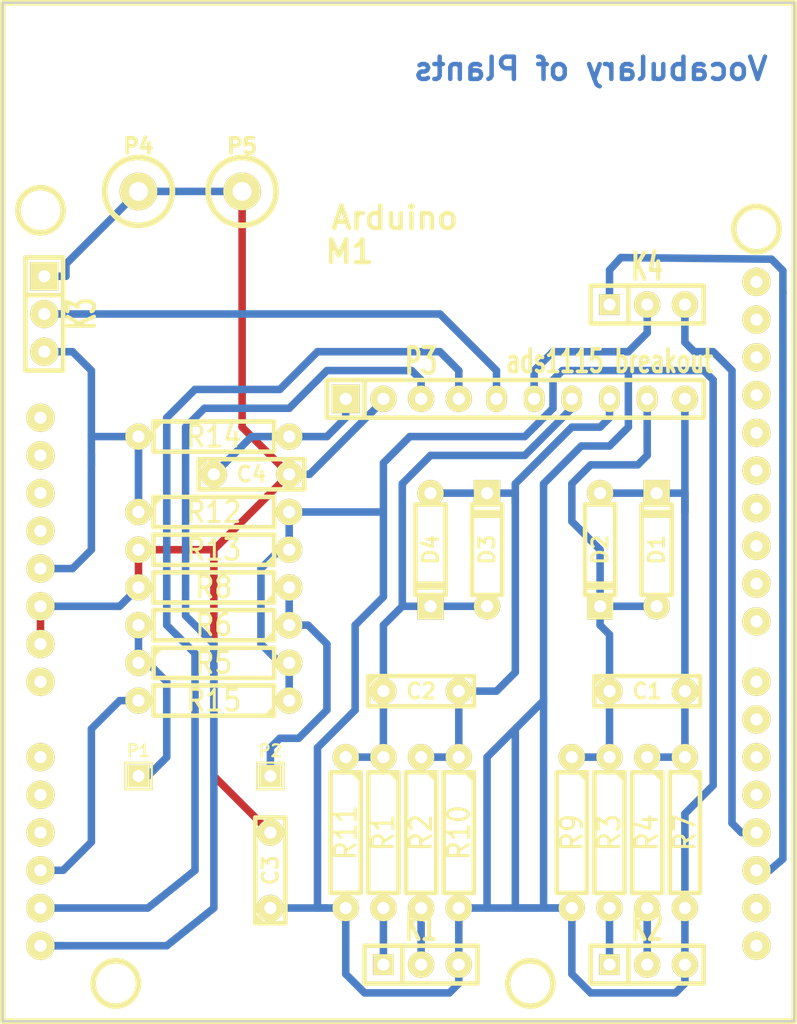
<source format=kicad_pcb>
(kicad_pcb (version 20171130) (host pcbnew "(5.1.12)-1")

  (general
    (thickness 1.6)
    (drawings 5)
    (tracks 222)
    (zones 0)
    (modules 33)
    (nets 22)
  )

  (page A3)
  (layers
    (0 F.Cu signal)
    (31 B.Cu signal)
    (32 B.Adhes user)
    (33 F.Adhes user hide)
    (34 B.Paste user)
    (35 F.Paste user)
    (36 B.SilkS user)
    (37 F.SilkS user)
    (38 B.Mask user)
    (39 F.Mask user)
    (40 Dwgs.User user)
    (41 Cmts.User user)
    (42 Eco1.User user)
    (43 Eco2.User user)
    (44 Edge.Cuts user)
  )

  (setup
    (last_trace_width 0.508)
    (trace_clearance 0.254)
    (zone_clearance 0.508)
    (zone_45_only no)
    (trace_min 0.127)
    (via_size 1.524)
    (via_drill 0.635)
    (via_min_size 0.889)
    (via_min_drill 0.508)
    (uvia_size 0.508)
    (uvia_drill 0.127)
    (uvias_allowed no)
    (uvia_min_size 0.508)
    (uvia_min_drill 0.127)
    (edge_width 0.15)
    (segment_width 0.2)
    (pcb_text_width 0.3)
    (pcb_text_size 1.5 1.5)
    (mod_edge_width 0.15)
    (mod_text_size 1.5 1.5)
    (mod_text_width 0.15)
    (pad_size 1.905 1.905)
    (pad_drill 0.8128)
    (pad_to_mask_clearance 0.2)
    (aux_axis_origin 0 0)
    (visible_elements 7FFFFFFF)
    (pcbplotparams
      (layerselection 0x00030_ffffffff)
      (usegerberextensions false)
      (usegerberattributes true)
      (usegerberadvancedattributes true)
      (creategerberjobfile true)
      (excludeedgelayer true)
      (linewidth 0.150000)
      (plotframeref false)
      (viasonmask false)
      (mode 1)
      (useauxorigin false)
      (hpglpennumber 1)
      (hpglpenspeed 20)
      (hpglpendiameter 15.000000)
      (psnegative false)
      (psa4output false)
      (plotreference true)
      (plotvalue true)
      (plotinvisibletext false)
      (padsonsilk false)
      (subtractmaskfromsilk false)
      (outputformat 1)
      (mirror false)
      (drillshape 0)
      (scaleselection 1)
      (outputdirectory ""))
  )

  (net 0 "")
  (net 1 +5V)
  (net 2 GND)
  (net 3 N-000001)
  (net 4 N-0000010)
  (net 5 N-0000011)
  (net 6 N-0000012)
  (net 7 N-0000013)
  (net 8 N-0000015)
  (net 9 N-0000016)
  (net 10 N-0000017)
  (net 11 N-0000018)
  (net 12 N-000002)
  (net 13 N-000003)
  (net 14 N-0000038)
  (net 15 N-0000039)
  (net 16 N-000004)
  (net 17 N-0000040)
  (net 18 N-000006)
  (net 19 N-000007)
  (net 20 N-000008)
  (net 21 N-000009)

  (net_class Default "This is the default net class."
    (clearance 0.254)
    (trace_width 0.508)
    (via_dia 1.524)
    (via_drill 0.635)
    (uvia_dia 0.508)
    (uvia_drill 0.127)
    (add_net +5V)
    (add_net GND)
    (add_net N-000001)
    (add_net N-0000010)
    (add_net N-0000011)
    (add_net N-0000012)
    (add_net N-0000013)
    (add_net N-0000015)
    (add_net N-0000016)
    (add_net N-0000017)
    (add_net N-0000018)
    (add_net N-000002)
    (add_net N-000003)
    (add_net N-0000038)
    (add_net N-0000039)
    (add_net N-000004)
    (add_net N-0000040)
    (add_net N-000006)
    (add_net N-000007)
    (add_net N-000008)
    (add_net N-000009)
  )

  (net_class narrow ""
    (clearance 0.127)
    (trace_width 0.127)
    (via_dia 1.524)
    (via_drill 0.635)
    (uvia_dia 0.508)
    (uvia_drill 0.127)
  )

  (module C2 (layer F.Cu) (tedit 5473C665) (tstamp 5473B66C)
    (at 240.03 145.415)
    (descr "Condensateur = 2 pas")
    (tags C)
    (path /546898CA)
    (fp_text reference C1 (at 0 0) (layer F.SilkS)
      (effects (font (size 1.016 1.016) (thickness 0.2032)))
    )
    (fp_text value 100n (at 0 0) (layer F.SilkS) hide
      (effects (font (size 1.016 1.016) (thickness 0.2032)))
    )
    (fp_line (start -3.556 -0.508) (end -3.048 -1.016) (layer F.SilkS) (width 0.3048))
    (fp_line (start -3.556 1.016) (end -3.556 -1.016) (layer F.SilkS) (width 0.3048))
    (fp_line (start 3.556 1.016) (end -3.556 1.016) (layer F.SilkS) (width 0.3048))
    (fp_line (start 3.556 -1.016) (end 3.556 1.016) (layer F.SilkS) (width 0.3048))
    (fp_line (start -3.556 -1.016) (end 3.556 -1.016) (layer F.SilkS) (width 0.3048))
    (pad 1 thru_hole circle (at -2.54 0) (size 1.778 1.778) (drill 0.8128) (layers *.Cu *.Mask F.SilkS)
      (net 15 N-0000039))
    (pad 2 thru_hole circle (at 2.54 0) (size 1.778 1.778) (drill 0.8128) (layers *.Cu *.Mask F.SilkS)
      (net 17 N-0000040))
    (model discret/capa_2pas_5x5mm.wrl
      (at (xyz 0 0 0))
      (scale (xyz 1 1 1))
      (rotate (xyz 0 0 0))
    )
  )

  (module C2 (layer F.Cu) (tedit 200000) (tstamp 546C1DF8)
    (at 214.63 157.48 90)
    (descr "Condensateur = 2 pas")
    (tags C)
    (path /5468DB84)
    (fp_text reference C3 (at 0 0 90) (layer F.SilkS)
      (effects (font (size 1.016 1.016) (thickness 0.2032)))
    )
    (fp_text value 10u (at 0 0 90) (layer F.SilkS) hide
      (effects (font (size 1.016 1.016) (thickness 0.2032)))
    )
    (fp_line (start -3.556 -0.508) (end -3.048 -1.016) (layer F.SilkS) (width 0.3048))
    (fp_line (start -3.556 1.016) (end -3.556 -1.016) (layer F.SilkS) (width 0.3048))
    (fp_line (start 3.556 1.016) (end -3.556 1.016) (layer F.SilkS) (width 0.3048))
    (fp_line (start 3.556 -1.016) (end 3.556 1.016) (layer F.SilkS) (width 0.3048))
    (fp_line (start -3.556 -1.016) (end 3.556 -1.016) (layer F.SilkS) (width 0.3048))
    (pad 1 thru_hole circle (at -2.54 0 90) (size 1.778 1.778) (drill 0.8128) (layers *.Cu *.Mask F.SilkS)
      (net 14 N-0000038))
    (pad 2 thru_hole circle (at 2.54 0 90) (size 1.778 1.778) (drill 0.8128) (layers *.Cu *.Mask F.SilkS)
      (net 2 GND))
    (model discret/capa_2pas_5x5mm.wrl
      (at (xyz 0 0 0))
      (scale (xyz 1 1 1))
      (rotate (xyz 0 0 0))
    )
  )

  (module C2 (layer F.Cu) (tedit 200000) (tstamp 546CE261)
    (at 224.79 145.415)
    (descr "Condensateur = 2 pas")
    (tags C)
    (path /546897C2)
    (fp_text reference C2 (at 0 0) (layer F.SilkS)
      (effects (font (size 1.016 1.016) (thickness 0.2032)))
    )
    (fp_text value 100n (at 0 0) (layer F.SilkS) hide
      (effects (font (size 1.016 1.016) (thickness 0.2032)))
    )
    (fp_line (start -3.556 -0.508) (end -3.048 -1.016) (layer F.SilkS) (width 0.3048))
    (fp_line (start -3.556 1.016) (end -3.556 -1.016) (layer F.SilkS) (width 0.3048))
    (fp_line (start 3.556 1.016) (end -3.556 1.016) (layer F.SilkS) (width 0.3048))
    (fp_line (start 3.556 -1.016) (end 3.556 1.016) (layer F.SilkS) (width 0.3048))
    (fp_line (start -3.556 -1.016) (end 3.556 -1.016) (layer F.SilkS) (width 0.3048))
    (pad 1 thru_hole circle (at -2.54 0) (size 1.778 1.778) (drill 0.8128) (layers *.Cu *.Mask F.SilkS)
      (net 3 N-000001))
    (pad 2 thru_hole circle (at 2.54 0) (size 1.778 1.778) (drill 0.8128) (layers *.Cu *.Mask F.SilkS)
      (net 7 N-0000013))
    (model discret/capa_2pas_5x5mm.wrl
      (at (xyz 0 0 0))
      (scale (xyz 1 1 1))
      (rotate (xyz 0 0 0))
    )
  )

  (module SIL-1 (layer F.Cu) (tedit 51C2D55B) (tstamp 546C1CDE)
    (at 205.74 151.13)
    (descr "Connecteurs 1 pin")
    (tags "CONN DEV")
    (path /546CE8D5)
    (fp_text reference P1 (at 0 -1.7) (layer F.SilkS)
      (effects (font (size 0.8 0.8) (thickness 0.15)))
    )
    (fp_text value CONN_1 (at 0.1 -1.7) (layer F.SilkS) hide
      (effects (font (size 0.8 0.8) (thickness 0.15)))
    )
    (fp_line (start -0.9 0.9) (end -0.9 -0.9) (layer F.SilkS) (width 0.15))
    (fp_line (start 0.9 0.9) (end -0.9 0.9) (layer F.SilkS) (width 0.15))
    (fp_line (start 0.9 -0.9) (end 0.9 0.9) (layer F.SilkS) (width 0.15))
    (fp_line (start -0.9 -0.9) (end 0.9 -0.9) (layer F.SilkS) (width 0.15))
    (pad 1 thru_hole rect (at 0 0) (size 1.5 1.5) (drill 0.8) (layers *.Cu *.Mask F.SilkS)
      (net 21 N-000009))
  )

  (module SIL-1 (layer F.Cu) (tedit 51C2D55B) (tstamp 546C1D92)
    (at 214.63 151.13)
    (descr "Connecteurs 1 pin")
    (tags "CONN DEV")
    (path /546CE8E4)
    (fp_text reference P2 (at 0 -1.7) (layer F.SilkS)
      (effects (font (size 0.8 0.8) (thickness 0.15)))
    )
    (fp_text value CONN_1 (at 0.1 -1.7) (layer F.SilkS) hide
      (effects (font (size 0.8 0.8) (thickness 0.15)))
    )
    (fp_line (start -0.9 0.9) (end -0.9 -0.9) (layer F.SilkS) (width 0.15))
    (fp_line (start 0.9 0.9) (end -0.9 0.9) (layer F.SilkS) (width 0.15))
    (fp_line (start 0.9 -0.9) (end 0.9 0.9) (layer F.SilkS) (width 0.15))
    (fp_line (start -0.9 -0.9) (end 0.9 -0.9) (layer F.SilkS) (width 0.15))
    (pad 1 thru_hole rect (at 0 0) (size 1.5 1.5) (drill 0.8) (layers *.Cu *.Mask F.SilkS)
      (net 20 N-000008))
  )

  (module SIL-3 (layer F.Cu) (tedit 200000) (tstamp 546C1D9E)
    (at 224.79 163.83)
    (descr "Connecteur 3 pins")
    (tags "CONN DEV")
    (path /54688D3D)
    (fp_text reference K1 (at 0 -2.54) (layer F.SilkS)
      (effects (font (size 1.7907 1.07696) (thickness 0.3048)))
    )
    (fp_text value CONN_3 (at 0 -2.54) (layer F.SilkS) hide
      (effects (font (size 1.524 1.016) (thickness 0.3048)))
    )
    (fp_line (start -1.27 -1.27) (end -1.27 1.27) (layer F.SilkS) (width 0.3048))
    (fp_line (start 3.81 1.27) (end -3.81 1.27) (layer F.SilkS) (width 0.3048))
    (fp_line (start 3.81 -1.27) (end 3.81 1.27) (layer F.SilkS) (width 0.3048))
    (fp_line (start -3.81 -1.27) (end 3.81 -1.27) (layer F.SilkS) (width 0.3048))
    (fp_line (start -3.81 1.27) (end -3.81 -1.27) (layer F.SilkS) (width 0.3048))
    (pad 1 thru_hole rect (at -2.54 0) (size 1.397 1.397) (drill 0.8128) (layers *.Cu *.Mask F.SilkS)
      (net 8 N-0000015))
    (pad 2 thru_hole circle (at 0 0) (size 1.778 1.778) (drill 0.8128) (layers *.Cu *.Mask F.SilkS)
      (net 9 N-0000016))
    (pad 3 thru_hole circle (at 2.54 0) (size 1.778 1.778) (drill 0.8128) (layers *.Cu *.Mask F.SilkS)
      (net 14 N-0000038))
  )

  (module SIL-3 (layer F.Cu) (tedit 5473C6B7) (tstamp 546CE1AE)
    (at 240.03 163.83)
    (descr "Connecteur 3 pins")
    (tags "CONN DEV")
    (path /54688F40)
    (fp_text reference K2 (at 0 -2.54) (layer F.SilkS)
      (effects (font (size 1.7907 1.07696) (thickness 0.3048)))
    )
    (fp_text value CONN_3 (at 0 -2.54) (layer F.SilkS) hide
      (effects (font (size 1.524 1.016) (thickness 0.3048)))
    )
    (fp_line (start -1.27 -1.27) (end -1.27 1.27) (layer F.SilkS) (width 0.3048))
    (fp_line (start 3.81 1.27) (end -3.81 1.27) (layer F.SilkS) (width 0.3048))
    (fp_line (start 3.81 -1.27) (end 3.81 1.27) (layer F.SilkS) (width 0.3048))
    (fp_line (start -3.81 -1.27) (end 3.81 -1.27) (layer F.SilkS) (width 0.3048))
    (fp_line (start -3.81 1.27) (end -3.81 -1.27) (layer F.SilkS) (width 0.3048))
    (pad 1 thru_hole rect (at -2.54 0) (size 1.397 1.397) (drill 0.8128) (layers *.Cu *.Mask F.SilkS)
      (net 10 N-0000017))
    (pad 2 thru_hole circle (at 0 0) (size 1.778 1.778) (drill 0.8128) (layers *.Cu *.Mask F.SilkS)
      (net 11 N-0000018))
    (pad 3 thru_hole circle (at 2.54 0) (size 1.778 1.778) (drill 0.8128) (layers *.Cu *.Mask F.SilkS)
      (net 14 N-0000038))
  )

  (module D3 (layer F.Cu) (tedit 200000) (tstamp 546C1DB8)
    (at 236.855 135.89 270)
    (descr "Diode 3 pas")
    (tags "DIODE DEV")
    (path /5468B92C)
    (fp_text reference D2 (at 0 0 270) (layer F.SilkS)
      (effects (font (size 1.016 1.016) (thickness 0.2032)))
    )
    (fp_text value 1n914 (at 0 0 270) (layer F.SilkS) hide
      (effects (font (size 1.016 1.016) (thickness 0.2032)))
    )
    (fp_line (start 2.286 1.016) (end 2.286 -1.016) (layer F.SilkS) (width 0.3048))
    (fp_line (start 2.54 -1.016) (end 2.54 1.016) (layer F.SilkS) (width 0.3048))
    (fp_line (start 3.048 1.016) (end 3.048 0) (layer F.SilkS) (width 0.3048))
    (fp_line (start -3.048 1.016) (end 3.048 1.016) (layer F.SilkS) (width 0.3048))
    (fp_line (start -3.048 0) (end -3.048 1.016) (layer F.SilkS) (width 0.3048))
    (fp_line (start -3.048 0) (end -3.81 0) (layer F.SilkS) (width 0.3048))
    (fp_line (start -3.048 -1.016) (end -3.048 0) (layer F.SilkS) (width 0.3048))
    (fp_line (start 3.048 -1.016) (end -3.048 -1.016) (layer F.SilkS) (width 0.3048))
    (fp_line (start 3.048 0) (end 3.048 -1.016) (layer F.SilkS) (width 0.3048))
    (fp_line (start 3.81 0) (end 3.048 0) (layer F.SilkS) (width 0.3048))
    (pad 2 thru_hole rect (at 3.81 0 270) (size 1.778 1.778) (drill 0.8128) (layers *.Cu *.Mask F.SilkS)
      (net 15 N-0000039))
    (pad 1 thru_hole circle (at -3.81 0 270) (size 1.778 1.778) (drill 0.8128) (layers *.Cu *.Mask F.SilkS)
      (net 17 N-0000040))
    (model discret/diode.wrl
      (at (xyz 0 0 0))
      (scale (xyz 0.3 0.3 0.3))
      (rotate (xyz 0 0 0))
    )
  )

  (module D3 (layer F.Cu) (tedit 200000) (tstamp 546C1DC6)
    (at 240.665 135.89 90)
    (descr "Diode 3 pas")
    (tags "DIODE DEV")
    (path /5468B880)
    (fp_text reference D1 (at 0 0 90) (layer F.SilkS)
      (effects (font (size 1.016 1.016) (thickness 0.2032)))
    )
    (fp_text value 1n914 (at 0 0 90) (layer F.SilkS) hide
      (effects (font (size 1.016 1.016) (thickness 0.2032)))
    )
    (fp_line (start 2.286 1.016) (end 2.286 -1.016) (layer F.SilkS) (width 0.3048))
    (fp_line (start 2.54 -1.016) (end 2.54 1.016) (layer F.SilkS) (width 0.3048))
    (fp_line (start 3.048 1.016) (end 3.048 0) (layer F.SilkS) (width 0.3048))
    (fp_line (start -3.048 1.016) (end 3.048 1.016) (layer F.SilkS) (width 0.3048))
    (fp_line (start -3.048 0) (end -3.048 1.016) (layer F.SilkS) (width 0.3048))
    (fp_line (start -3.048 0) (end -3.81 0) (layer F.SilkS) (width 0.3048))
    (fp_line (start -3.048 -1.016) (end -3.048 0) (layer F.SilkS) (width 0.3048))
    (fp_line (start 3.048 -1.016) (end -3.048 -1.016) (layer F.SilkS) (width 0.3048))
    (fp_line (start 3.048 0) (end 3.048 -1.016) (layer F.SilkS) (width 0.3048))
    (fp_line (start 3.81 0) (end 3.048 0) (layer F.SilkS) (width 0.3048))
    (pad 2 thru_hole rect (at 3.81 0 90) (size 1.778 1.778) (drill 0.8128) (layers *.Cu *.Mask F.SilkS)
      (net 17 N-0000040))
    (pad 1 thru_hole circle (at -3.81 0 90) (size 1.778 1.778) (drill 0.8128) (layers *.Cu *.Mask F.SilkS)
      (net 15 N-0000039))
    (model discret/diode.wrl
      (at (xyz 0 0 0))
      (scale (xyz 0.3 0.3 0.3))
      (rotate (xyz 0 0 0))
    )
  )

  (module D3 (layer F.Cu) (tedit 547E68B9) (tstamp 546CE191)
    (at 225.425 135.89 270)
    (descr "Diode 3 pas")
    (tags "DIODE DEV")
    (path /5468BFA5)
    (fp_text reference D4 (at 0 0 270) (layer F.SilkS)
      (effects (font (size 1.016 1.016) (thickness 0.2032)))
    )
    (fp_text value 1n914 (at 0 0 270) (layer F.SilkS) hide
      (effects (font (size 1.016 1.016) (thickness 0.2032)))
    )
    (fp_line (start 2.286 1.016) (end 2.286 -1.016) (layer F.SilkS) (width 0.3048))
    (fp_line (start 2.54 -1.016) (end 2.54 1.016) (layer F.SilkS) (width 0.3048))
    (fp_line (start 3.048 1.016) (end 3.048 0) (layer F.SilkS) (width 0.3048))
    (fp_line (start -3.048 1.016) (end 3.048 1.016) (layer F.SilkS) (width 0.3048))
    (fp_line (start -3.048 0) (end -3.048 1.016) (layer F.SilkS) (width 0.3048))
    (fp_line (start -3.048 0) (end -3.81 0) (layer F.SilkS) (width 0.3048))
    (fp_line (start -3.048 -1.016) (end -3.048 0) (layer F.SilkS) (width 0.3048))
    (fp_line (start 3.048 -1.016) (end -3.048 -1.016) (layer F.SilkS) (width 0.3048))
    (fp_line (start 3.048 0) (end 3.048 -1.016) (layer F.SilkS) (width 0.3048))
    (fp_line (start 3.81 0) (end 3.048 0) (layer F.SilkS) (width 0.3048))
    (pad 2 thru_hole rect (at 3.81 0 270) (size 1.778 1.778) (drill 0.8128) (layers *.Cu *.Mask F.SilkS)
      (net 3 N-000001))
    (pad 1 thru_hole circle (at -3.81 0 270) (size 1.778 1.778) (drill 0.8128) (layers *.Cu *.Mask F.SilkS)
      (net 7 N-0000013))
    (model discret/diode.wrl
      (at (xyz 0 0 0))
      (scale (xyz 0.3 0.3 0.3))
      (rotate (xyz 0 0 0))
    )
  )

  (module D3 (layer F.Cu) (tedit 200000) (tstamp 546C1DE2)
    (at 229.235 135.89 90)
    (descr "Diode 3 pas")
    (tags "DIODE DEV")
    (path /5468BF9F)
    (fp_text reference D3 (at 0 0 90) (layer F.SilkS)
      (effects (font (size 1.016 1.016) (thickness 0.2032)))
    )
    (fp_text value 1n914 (at 0 0 90) (layer F.SilkS) hide
      (effects (font (size 1.016 1.016) (thickness 0.2032)))
    )
    (fp_line (start 2.286 1.016) (end 2.286 -1.016) (layer F.SilkS) (width 0.3048))
    (fp_line (start 2.54 -1.016) (end 2.54 1.016) (layer F.SilkS) (width 0.3048))
    (fp_line (start 3.048 1.016) (end 3.048 0) (layer F.SilkS) (width 0.3048))
    (fp_line (start -3.048 1.016) (end 3.048 1.016) (layer F.SilkS) (width 0.3048))
    (fp_line (start -3.048 0) (end -3.048 1.016) (layer F.SilkS) (width 0.3048))
    (fp_line (start -3.048 0) (end -3.81 0) (layer F.SilkS) (width 0.3048))
    (fp_line (start -3.048 -1.016) (end -3.048 0) (layer F.SilkS) (width 0.3048))
    (fp_line (start 3.048 -1.016) (end -3.048 -1.016) (layer F.SilkS) (width 0.3048))
    (fp_line (start 3.048 0) (end 3.048 -1.016) (layer F.SilkS) (width 0.3048))
    (fp_line (start 3.81 0) (end 3.048 0) (layer F.SilkS) (width 0.3048))
    (pad 2 thru_hole rect (at 3.81 0 90) (size 1.778 1.778) (drill 0.8128) (layers *.Cu *.Mask F.SilkS)
      (net 7 N-0000013))
    (pad 1 thru_hole circle (at -3.81 0 90) (size 1.778 1.778) (drill 0.8128) (layers *.Cu *.Mask F.SilkS)
      (net 3 N-000001))
    (model discret/diode.wrl
      (at (xyz 0 0 0))
      (scale (xyz 0.3 0.3 0.3))
      (rotate (xyz 0 0 0))
    )
  )

  (module SIL-10 (layer F.Cu) (tedit 547F4B25) (tstamp 5473C84C)
    (at 231.14 125.73)
    (descr "Connecteur 10 pins")
    (tags "CONN DEV")
    (path /546884CE)
    (fp_text reference P3 (at -6.35 -2.54) (layer F.SilkS)
      (effects (font (size 1.72974 1.08712) (thickness 0.3048)))
    )
    (fp_text value "ads1115 breakout" (at 6.35 -2.54) (layer F.SilkS)
      (effects (font (size 1.524 1.016) (thickness 0.3048)))
    )
    (fp_line (start -10.16 1.27) (end -10.16 -1.27) (layer F.SilkS) (width 0.3048))
    (fp_line (start 12.7 1.27) (end -12.7 1.27) (layer F.SilkS) (width 0.3048))
    (fp_line (start 12.7 -1.27) (end 12.7 1.27) (layer F.SilkS) (width 0.3048))
    (fp_line (start -12.7 -1.27) (end 12.7 -1.27) (layer F.SilkS) (width 0.3048))
    (fp_line (start -12.7 1.27) (end -12.7 -1.27) (layer F.SilkS) (width 0.3048))
    (pad 1 thru_hole rect (at -11.43 0) (size 1.905 1.905) (drill 0.8128) (layers *.Cu *.Mask F.SilkS)
      (net 16 N-000004))
    (pad 2 thru_hole circle (at -8.89 0) (size 1.778 1.778) (drill 0.8128) (layers *.Cu *.Mask F.SilkS)
      (net 2 GND))
    (pad 3 thru_hole circle (at -6.35 0) (size 1.778 1.778) (drill 0.8128) (layers *.Cu *.Mask F.SilkS)
      (net 12 N-000002))
    (pad 4 thru_hole circle (at -3.81 0) (size 1.778 1.778) (drill 0.8128) (layers *.Cu *.Mask F.SilkS)
      (net 13 N-000003))
    (pad 5 thru_hole oval (at -1.27 0) (size 1.397 1.778) (drill 0.8128) (layers *.Cu *.Mask F.SilkS)
      (net 6 N-0000012))
    (pad 6 thru_hole oval (at 1.27 0) (size 1.397 1.778) (drill 0.8128) (layers *.Cu *.Mask F.SilkS)
      (net 19 N-000007))
    (pad 7 thru_hole oval (at 3.81 0) (size 1.397 1.778) (drill 0.8128) (layers *.Cu *.Mask F.SilkS)
      (net 3 N-000001))
    (pad 8 thru_hole oval (at 6.35 0) (size 1.397 1.778) (drill 0.8128) (layers *.Cu *.Mask F.SilkS)
      (net 7 N-0000013))
    (pad 9 thru_hole oval (at 8.89 0) (size 1.397 1.778) (drill 0.8128) (layers *.Cu *.Mask F.SilkS)
      (net 15 N-0000039))
    (pad 10 thru_hole circle (at 11.43 0) (size 1.778 1.778) (drill 0.8128) (layers *.Cu *.Mask F.SilkS)
      (net 17 N-0000040))
  )

  (module SIL-3 (layer F.Cu) (tedit 200000) (tstamp 5473ABE7)
    (at 240.03 119.38)
    (descr "Connecteur 3 pins")
    (tags "CONN DEV")
    (path /5473A815)
    (fp_text reference K4 (at 0 -2.54) (layer F.SilkS)
      (effects (font (size 1.7907 1.07696) (thickness 0.3048)))
    )
    (fp_text value CONN_3 (at 0 -2.54) (layer F.SilkS) hide
      (effects (font (size 1.524 1.016) (thickness 0.3048)))
    )
    (fp_line (start -1.27 -1.27) (end -1.27 1.27) (layer F.SilkS) (width 0.3048))
    (fp_line (start 3.81 1.27) (end -3.81 1.27) (layer F.SilkS) (width 0.3048))
    (fp_line (start 3.81 -1.27) (end 3.81 1.27) (layer F.SilkS) (width 0.3048))
    (fp_line (start -3.81 -1.27) (end 3.81 -1.27) (layer F.SilkS) (width 0.3048))
    (fp_line (start -3.81 1.27) (end -3.81 -1.27) (layer F.SilkS) (width 0.3048))
    (pad 1 thru_hole rect (at -2.54 0) (size 1.397 1.397) (drill 0.8128) (layers *.Cu *.Mask F.SilkS)
      (net 4 N-0000010))
    (pad 2 thru_hole circle (at 0 0) (size 1.778 1.778) (drill 0.8128) (layers *.Cu *.Mask F.SilkS)
      (net 19 N-000007))
    (pad 3 thru_hole circle (at 2.54 0) (size 1.778 1.778) (drill 0.8128) (layers *.Cu *.Mask F.SilkS)
      (net 5 N-0000011))
  )

  (module SIL-3 (layer F.Cu) (tedit 547F4AA1) (tstamp 5473ABF3)
    (at 199.39 120.015 270)
    (descr "Connecteur 3 pins")
    (tags "CONN DEV")
    (path /5473A93A)
    (fp_text reference K3 (at 0 -2.54 270) (layer F.SilkS)
      (effects (font (size 1.7907 1.07696) (thickness 0.3048)))
    )
    (fp_text value CONN_3 (at 0 -2.54 270) (layer F.SilkS) hide
      (effects (font (size 1.524 1.016) (thickness 0.3048)))
    )
    (fp_line (start -1.27 -1.27) (end -1.27 1.27) (layer F.SilkS) (width 0.3048))
    (fp_line (start 3.81 1.27) (end -3.81 1.27) (layer F.SilkS) (width 0.3048))
    (fp_line (start 3.81 -1.27) (end 3.81 1.27) (layer F.SilkS) (width 0.3048))
    (fp_line (start -3.81 -1.27) (end 3.81 -1.27) (layer F.SilkS) (width 0.3048))
    (fp_line (start -3.81 1.27) (end -3.81 -1.27) (layer F.SilkS) (width 0.3048))
    (pad 1 thru_hole rect (at -2.54 0 270) (size 1.905 1.905) (drill 0.8128) (layers *.Cu *.Mask F.SilkS)
      (net 2 GND))
    (pad 2 thru_hole circle (at 0 0 270) (size 1.905 1.905) (drill 0.8128) (layers *.Cu *.Mask F.SilkS)
      (net 6 N-0000012))
    (pad 3 thru_hole circle (at 2.54 0 270) (size 1.905 1.905) (drill 0.8128) (layers *.Cu *.Mask F.SilkS)
      (net 1 +5V))
  )

  (module C2 (layer F.Cu) (tedit 200000) (tstamp 547412FA)
    (at 213.36 130.81)
    (descr "Condensateur = 2 pas")
    (tags C)
    (path /5473BF7B)
    (fp_text reference C4 (at 0 0) (layer F.SilkS)
      (effects (font (size 1.016 1.016) (thickness 0.2032)))
    )
    (fp_text value 10u (at 0 0) (layer F.SilkS) hide
      (effects (font (size 1.016 1.016) (thickness 0.2032)))
    )
    (fp_line (start -3.556 -0.508) (end -3.048 -1.016) (layer F.SilkS) (width 0.3048))
    (fp_line (start -3.556 1.016) (end -3.556 -1.016) (layer F.SilkS) (width 0.3048))
    (fp_line (start 3.556 1.016) (end -3.556 1.016) (layer F.SilkS) (width 0.3048))
    (fp_line (start 3.556 -1.016) (end 3.556 1.016) (layer F.SilkS) (width 0.3048))
    (fp_line (start -3.556 -1.016) (end 3.556 -1.016) (layer F.SilkS) (width 0.3048))
    (pad 1 thru_hole circle (at -2.54 0) (size 1.778 1.778) (drill 0.8128) (layers *.Cu *.Mask F.SilkS)
      (net 16 N-000004))
    (pad 2 thru_hole circle (at 2.54 0) (size 1.778 1.778) (drill 0.8128) (layers *.Cu *.Mask F.SilkS)
      (net 2 GND))
    (model discret/capa_2pas_5x5mm.wrl
      (at (xyz 0 0 0))
      (scale (xyz 1 1 1))
      (rotate (xyz 0 0 0))
    )
  )

  (module 1pin (layer F.Cu) (tedit 547F4AB8) (tstamp 547E5DDE)
    (at 205.74 111.76)
    (descr "module 1 pin (ou trou mecanique de percage)")
    (tags DEV)
    (path /547E5CA9)
    (fp_text reference P4 (at 0 -3.048) (layer F.SilkS)
      (effects (font (size 1.016 1.016) (thickness 0.254)))
    )
    (fp_text value CONN_1 (at 0 2.794) (layer F.SilkS) hide
      (effects (font (size 1.016 1.016) (thickness 0.254)))
    )
    (fp_circle (center 0 0) (end 0 -2.286) (layer F.SilkS) (width 0.381))
    (pad 1 thru_hole circle (at 0 0) (size 2.54 2.54) (drill 1.27) (layers *.Cu *.Mask F.SilkS)
      (net 2 GND))
  )

  (module 1pin (layer F.Cu) (tedit 547F4ACB) (tstamp 547E5DE4)
    (at 212.725 111.76)
    (descr "module 1 pin (ou trou mecanique de percage)")
    (tags DEV)
    (path /547E5CB8)
    (fp_text reference P5 (at 0 -3.048) (layer F.SilkS)
      (effects (font (size 1.016 1.016) (thickness 0.254)))
    )
    (fp_text value CONN_1 (at 0 2.794) (layer F.SilkS) hide
      (effects (font (size 1.016 1.016) (thickness 0.254)))
    )
    (fp_circle (center 0 0) (end 0 -2.286) (layer F.SilkS) (width 0.381))
    (pad 1 thru_hole circle (at 0 0) (size 2.54 2.54) (drill 1.27) (layers *.Cu *.Mask F.SilkS)
      (net 2 GND))
  )

  (module R4-LARGE_PADS (layer F.Cu) (tedit 47E2673E) (tstamp 547E5F9D)
    (at 210.82 146.05 180)
    (descr "Resitance 4 pas")
    (tags R)
    (path /547E6136)
    (autoplace_cost180 10)
    (fp_text reference R15 (at 0 0 180) (layer F.SilkS)
      (effects (font (size 1.397 1.27) (thickness 0.2032)))
    )
    (fp_text value 10k (at 0 0 180) (layer F.SilkS) hide
      (effects (font (size 1.397 1.27) (thickness 0.2032)))
    )
    (fp_line (start 5.08 0) (end 4.064 0) (layer F.SilkS) (width 0.3048))
    (fp_line (start -4.064 -0.508) (end -3.556 -1.016) (layer F.SilkS) (width 0.3048))
    (fp_line (start -4.064 1.016) (end -4.064 0) (layer F.SilkS) (width 0.3048))
    (fp_line (start 4.064 1.016) (end -4.064 1.016) (layer F.SilkS) (width 0.3048))
    (fp_line (start 4.064 -1.016) (end 4.064 1.016) (layer F.SilkS) (width 0.3048))
    (fp_line (start -4.064 -1.016) (end 4.064 -1.016) (layer F.SilkS) (width 0.3048))
    (fp_line (start -4.064 0) (end -4.064 -1.016) (layer F.SilkS) (width 0.3048))
    (fp_line (start -5.08 0) (end -4.064 0) (layer F.SilkS) (width 0.3048))
    (pad 1 thru_hole circle (at -5.08 0 180) (size 1.778 1.778) (drill 0.8128) (layers *.Cu *.Mask F.SilkS)
      (net 14 N-0000038))
    (pad 2 thru_hole circle (at 5.08 0 180) (size 1.778 1.778) (drill 0.8128) (layers *.Cu *.Mask F.SilkS)
      (net 18 N-000006))
    (model discret/resistor.wrl
      (at (xyz 0 0 0))
      (scale (xyz 0.4 0.4 0.4))
      (rotate (xyz 0 0 0))
    )
  )

  (module R4-LARGE_PADS (layer F.Cu) (tedit 47E2673E) (tstamp 546C1CEC)
    (at 210.82 140.97 180)
    (descr "Resitance 4 pas")
    (tags R)
    (path /546A48D8)
    (autoplace_cost180 10)
    (fp_text reference R6 (at 0 0 180) (layer F.SilkS)
      (effects (font (size 1.397 1.27) (thickness 0.2032)))
    )
    (fp_text value 100k (at 0 0 180) (layer F.SilkS) hide
      (effects (font (size 1.397 1.27) (thickness 0.2032)))
    )
    (fp_line (start 5.08 0) (end 4.064 0) (layer F.SilkS) (width 0.3048))
    (fp_line (start -4.064 -0.508) (end -3.556 -1.016) (layer F.SilkS) (width 0.3048))
    (fp_line (start -4.064 1.016) (end -4.064 0) (layer F.SilkS) (width 0.3048))
    (fp_line (start 4.064 1.016) (end -4.064 1.016) (layer F.SilkS) (width 0.3048))
    (fp_line (start 4.064 -1.016) (end 4.064 1.016) (layer F.SilkS) (width 0.3048))
    (fp_line (start -4.064 -1.016) (end 4.064 -1.016) (layer F.SilkS) (width 0.3048))
    (fp_line (start -4.064 0) (end -4.064 -1.016) (layer F.SilkS) (width 0.3048))
    (fp_line (start -5.08 0) (end -4.064 0) (layer F.SilkS) (width 0.3048))
    (pad 1 thru_hole circle (at -5.08 0 180) (size 1.778 1.778) (drill 0.8128) (layers *.Cu *.Mask F.SilkS)
      (net 20 N-000008))
    (pad 2 thru_hole circle (at 5.08 0 180) (size 1.778 1.778) (drill 0.8128) (layers *.Cu *.Mask F.SilkS)
      (net 21 N-000009))
    (model discret/resistor.wrl
      (at (xyz 0 0 0))
      (scale (xyz 0.4 0.4 0.4))
      (rotate (xyz 0 0 0))
    )
  )

  (module R4-LARGE_PADS (layer F.Cu) (tedit 47E2673E) (tstamp 546C1CFA)
    (at 210.82 133.35)
    (descr "Resitance 4 pas")
    (tags R)
    (path /54688B7F)
    (autoplace_cost180 10)
    (fp_text reference R12 (at 0 0) (layer F.SilkS)
      (effects (font (size 1.397 1.27) (thickness 0.2032)))
    )
    (fp_text value 10k (at 0 0) (layer F.SilkS) hide
      (effects (font (size 1.397 1.27) (thickness 0.2032)))
    )
    (fp_line (start 5.08 0) (end 4.064 0) (layer F.SilkS) (width 0.3048))
    (fp_line (start -4.064 -0.508) (end -3.556 -1.016) (layer F.SilkS) (width 0.3048))
    (fp_line (start -4.064 1.016) (end -4.064 0) (layer F.SilkS) (width 0.3048))
    (fp_line (start 4.064 1.016) (end -4.064 1.016) (layer F.SilkS) (width 0.3048))
    (fp_line (start 4.064 -1.016) (end 4.064 1.016) (layer F.SilkS) (width 0.3048))
    (fp_line (start -4.064 -1.016) (end 4.064 -1.016) (layer F.SilkS) (width 0.3048))
    (fp_line (start -4.064 0) (end -4.064 -1.016) (layer F.SilkS) (width 0.3048))
    (fp_line (start -5.08 0) (end -4.064 0) (layer F.SilkS) (width 0.3048))
    (pad 1 thru_hole circle (at -5.08 0) (size 1.778 1.778) (drill 0.8128) (layers *.Cu *.Mask F.SilkS)
      (net 1 +5V))
    (pad 2 thru_hole circle (at 5.08 0) (size 1.778 1.778) (drill 0.8128) (layers *.Cu *.Mask F.SilkS)
      (net 14 N-0000038))
    (model discret/resistor.wrl
      (at (xyz 0 0 0))
      (scale (xyz 0.4 0.4 0.4))
      (rotate (xyz 0 0 0))
    )
  )

  (module R4-LARGE_PADS (layer F.Cu) (tedit 47E2673E) (tstamp 546C1D08)
    (at 219.71 154.94 270)
    (descr "Resitance 4 pas")
    (tags R)
    (path /54689274)
    (autoplace_cost180 10)
    (fp_text reference R11 (at 0 0 270) (layer F.SilkS)
      (effects (font (size 1.397 1.27) (thickness 0.2032)))
    )
    (fp_text value 1M (at 0 0 270) (layer F.SilkS) hide
      (effects (font (size 1.397 1.27) (thickness 0.2032)))
    )
    (fp_line (start 5.08 0) (end 4.064 0) (layer F.SilkS) (width 0.3048))
    (fp_line (start -4.064 -0.508) (end -3.556 -1.016) (layer F.SilkS) (width 0.3048))
    (fp_line (start -4.064 1.016) (end -4.064 0) (layer F.SilkS) (width 0.3048))
    (fp_line (start 4.064 1.016) (end -4.064 1.016) (layer F.SilkS) (width 0.3048))
    (fp_line (start 4.064 -1.016) (end 4.064 1.016) (layer F.SilkS) (width 0.3048))
    (fp_line (start -4.064 -1.016) (end 4.064 -1.016) (layer F.SilkS) (width 0.3048))
    (fp_line (start -4.064 0) (end -4.064 -1.016) (layer F.SilkS) (width 0.3048))
    (fp_line (start -5.08 0) (end -4.064 0) (layer F.SilkS) (width 0.3048))
    (pad 1 thru_hole circle (at -5.08 0 270) (size 1.778 1.778) (drill 0.8128) (layers *.Cu *.Mask F.SilkS)
      (net 3 N-000001))
    (pad 2 thru_hole circle (at 5.08 0 270) (size 1.778 1.778) (drill 0.8128) (layers *.Cu *.Mask F.SilkS)
      (net 14 N-0000038))
    (model discret/resistor.wrl
      (at (xyz 0 0 0))
      (scale (xyz 0.4 0.4 0.4))
      (rotate (xyz 0 0 0))
    )
  )

  (module R4-LARGE_PADS (layer F.Cu) (tedit 47E2673E) (tstamp 546C1D16)
    (at 210.82 143.51)
    (descr "Resitance 4 pas")
    (tags R)
    (path /546CE68F)
    (autoplace_cost180 10)
    (fp_text reference R5 (at 0 0) (layer F.SilkS)
      (effects (font (size 1.397 1.27) (thickness 0.2032)))
    )
    (fp_text value 10k (at 0 0) (layer F.SilkS) hide
      (effects (font (size 1.397 1.27) (thickness 0.2032)))
    )
    (fp_line (start 5.08 0) (end 4.064 0) (layer F.SilkS) (width 0.3048))
    (fp_line (start -4.064 -0.508) (end -3.556 -1.016) (layer F.SilkS) (width 0.3048))
    (fp_line (start -4.064 1.016) (end -4.064 0) (layer F.SilkS) (width 0.3048))
    (fp_line (start 4.064 1.016) (end -4.064 1.016) (layer F.SilkS) (width 0.3048))
    (fp_line (start 4.064 -1.016) (end 4.064 1.016) (layer F.SilkS) (width 0.3048))
    (fp_line (start -4.064 -1.016) (end 4.064 -1.016) (layer F.SilkS) (width 0.3048))
    (fp_line (start -4.064 0) (end -4.064 -1.016) (layer F.SilkS) (width 0.3048))
    (fp_line (start -5.08 0) (end -4.064 0) (layer F.SilkS) (width 0.3048))
    (pad 1 thru_hole circle (at -5.08 0) (size 1.778 1.778) (drill 0.8128) (layers *.Cu *.Mask F.SilkS)
      (net 21 N-000009))
    (pad 2 thru_hole circle (at 5.08 0) (size 1.778 1.778) (drill 0.8128) (layers *.Cu *.Mask F.SilkS)
      (net 14 N-0000038))
    (model discret/resistor.wrl
      (at (xyz 0 0 0))
      (scale (xyz 0.4 0.4 0.4))
      (rotate (xyz 0 0 0))
    )
  )

  (module R4-LARGE_PADS (layer F.Cu) (tedit 47E2673E) (tstamp 546C1D24)
    (at 242.57 154.94 270)
    (descr "Resitance 4 pas")
    (tags R)
    (path /54689335)
    (autoplace_cost180 10)
    (fp_text reference R7 (at 0 0 270) (layer F.SilkS)
      (effects (font (size 1.397 1.27) (thickness 0.2032)))
    )
    (fp_text value 1M (at 0 0 270) (layer F.SilkS) hide
      (effects (font (size 1.397 1.27) (thickness 0.2032)))
    )
    (fp_line (start 5.08 0) (end 4.064 0) (layer F.SilkS) (width 0.3048))
    (fp_line (start -4.064 -0.508) (end -3.556 -1.016) (layer F.SilkS) (width 0.3048))
    (fp_line (start -4.064 1.016) (end -4.064 0) (layer F.SilkS) (width 0.3048))
    (fp_line (start 4.064 1.016) (end -4.064 1.016) (layer F.SilkS) (width 0.3048))
    (fp_line (start 4.064 -1.016) (end 4.064 1.016) (layer F.SilkS) (width 0.3048))
    (fp_line (start -4.064 -1.016) (end 4.064 -1.016) (layer F.SilkS) (width 0.3048))
    (fp_line (start -4.064 0) (end -4.064 -1.016) (layer F.SilkS) (width 0.3048))
    (fp_line (start -5.08 0) (end -4.064 0) (layer F.SilkS) (width 0.3048))
    (pad 1 thru_hole circle (at -5.08 0 270) (size 1.778 1.778) (drill 0.8128) (layers *.Cu *.Mask F.SilkS)
      (net 17 N-0000040))
    (pad 2 thru_hole circle (at 5.08 0 270) (size 1.778 1.778) (drill 0.8128) (layers *.Cu *.Mask F.SilkS)
      (net 14 N-0000038))
    (model discret/resistor.wrl
      (at (xyz 0 0 0))
      (scale (xyz 0.4 0.4 0.4))
      (rotate (xyz 0 0 0))
    )
  )

  (module R4-LARGE_PADS (layer F.Cu) (tedit 47E2673E) (tstamp 546C1D32)
    (at 210.82 138.43 180)
    (descr "Resitance 4 pas")
    (tags R)
    (path /546A4919)
    (autoplace_cost180 10)
    (fp_text reference R8 (at 0 0 180) (layer F.SilkS)
      (effects (font (size 1.397 1.27) (thickness 0.2032)))
    )
    (fp_text value 1M (at 0 0 180) (layer F.SilkS) hide
      (effects (font (size 1.397 1.27) (thickness 0.2032)))
    )
    (fp_line (start 5.08 0) (end 4.064 0) (layer F.SilkS) (width 0.3048))
    (fp_line (start -4.064 -0.508) (end -3.556 -1.016) (layer F.SilkS) (width 0.3048))
    (fp_line (start -4.064 1.016) (end -4.064 0) (layer F.SilkS) (width 0.3048))
    (fp_line (start 4.064 1.016) (end -4.064 1.016) (layer F.SilkS) (width 0.3048))
    (fp_line (start 4.064 -1.016) (end 4.064 1.016) (layer F.SilkS) (width 0.3048))
    (fp_line (start -4.064 -1.016) (end 4.064 -1.016) (layer F.SilkS) (width 0.3048))
    (fp_line (start -4.064 0) (end -4.064 -1.016) (layer F.SilkS) (width 0.3048))
    (fp_line (start -5.08 0) (end -4.064 0) (layer F.SilkS) (width 0.3048))
    (pad 1 thru_hole circle (at -5.08 0 180) (size 1.778 1.778) (drill 0.8128) (layers *.Cu *.Mask F.SilkS)
      (net 20 N-000008))
    (pad 2 thru_hole circle (at 5.08 0 180) (size 1.778 1.778) (drill 0.8128) (layers *.Cu *.Mask F.SilkS)
      (net 2 GND))
    (model discret/resistor.wrl
      (at (xyz 0 0 0))
      (scale (xyz 0.4 0.4 0.4))
      (rotate (xyz 0 0 0))
    )
  )

  (module R4-LARGE_PADS (layer F.Cu) (tedit 47E2673E) (tstamp 546C1D40)
    (at 234.95 154.94 270)
    (descr "Resitance 4 pas")
    (tags R)
    (path /546892E9)
    (autoplace_cost180 10)
    (fp_text reference R9 (at 0 0 270) (layer F.SilkS)
      (effects (font (size 1.397 1.27) (thickness 0.2032)))
    )
    (fp_text value 1M (at 0 0 270) (layer F.SilkS) hide
      (effects (font (size 1.397 1.27) (thickness 0.2032)))
    )
    (fp_line (start 5.08 0) (end 4.064 0) (layer F.SilkS) (width 0.3048))
    (fp_line (start -4.064 -0.508) (end -3.556 -1.016) (layer F.SilkS) (width 0.3048))
    (fp_line (start -4.064 1.016) (end -4.064 0) (layer F.SilkS) (width 0.3048))
    (fp_line (start 4.064 1.016) (end -4.064 1.016) (layer F.SilkS) (width 0.3048))
    (fp_line (start 4.064 -1.016) (end 4.064 1.016) (layer F.SilkS) (width 0.3048))
    (fp_line (start -4.064 -1.016) (end 4.064 -1.016) (layer F.SilkS) (width 0.3048))
    (fp_line (start -4.064 0) (end -4.064 -1.016) (layer F.SilkS) (width 0.3048))
    (fp_line (start -5.08 0) (end -4.064 0) (layer F.SilkS) (width 0.3048))
    (pad 1 thru_hole circle (at -5.08 0 270) (size 1.778 1.778) (drill 0.8128) (layers *.Cu *.Mask F.SilkS)
      (net 15 N-0000039))
    (pad 2 thru_hole circle (at 5.08 0 270) (size 1.778 1.778) (drill 0.8128) (layers *.Cu *.Mask F.SilkS)
      (net 14 N-0000038))
    (model discret/resistor.wrl
      (at (xyz 0 0 0))
      (scale (xyz 0.4 0.4 0.4))
      (rotate (xyz 0 0 0))
    )
  )

  (module R4-LARGE_PADS (layer F.Cu) (tedit 47E2673E) (tstamp 54729A2C)
    (at 227.33 154.94 270)
    (descr "Resitance 4 pas")
    (tags R)
    (path /546892B6)
    (autoplace_cost180 10)
    (fp_text reference R10 (at 0 0 270) (layer F.SilkS)
      (effects (font (size 1.397 1.27) (thickness 0.2032)))
    )
    (fp_text value 1M (at 0 0 270) (layer F.SilkS) hide
      (effects (font (size 1.397 1.27) (thickness 0.2032)))
    )
    (fp_line (start 5.08 0) (end 4.064 0) (layer F.SilkS) (width 0.3048))
    (fp_line (start -4.064 -0.508) (end -3.556 -1.016) (layer F.SilkS) (width 0.3048))
    (fp_line (start -4.064 1.016) (end -4.064 0) (layer F.SilkS) (width 0.3048))
    (fp_line (start 4.064 1.016) (end -4.064 1.016) (layer F.SilkS) (width 0.3048))
    (fp_line (start 4.064 -1.016) (end 4.064 1.016) (layer F.SilkS) (width 0.3048))
    (fp_line (start -4.064 -1.016) (end 4.064 -1.016) (layer F.SilkS) (width 0.3048))
    (fp_line (start -4.064 0) (end -4.064 -1.016) (layer F.SilkS) (width 0.3048))
    (fp_line (start -5.08 0) (end -4.064 0) (layer F.SilkS) (width 0.3048))
    (pad 1 thru_hole circle (at -5.08 0 270) (size 1.778 1.778) (drill 0.8128) (layers *.Cu *.Mask F.SilkS)
      (net 7 N-0000013))
    (pad 2 thru_hole circle (at 5.08 0 270) (size 1.778 1.778) (drill 0.8128) (layers *.Cu *.Mask F.SilkS)
      (net 14 N-0000038))
    (model discret/resistor.wrl
      (at (xyz 0 0 0))
      (scale (xyz 0.4 0.4 0.4))
      (rotate (xyz 0 0 0))
    )
  )

  (module R4-LARGE_PADS (layer F.Cu) (tedit 47E2673E) (tstamp 546C1D5C)
    (at 222.25 154.94 270)
    (descr "Resitance 4 pas")
    (tags R)
    (path /54688B19)
    (autoplace_cost180 10)
    (fp_text reference R1 (at 0 0 270) (layer F.SilkS)
      (effects (font (size 1.397 1.27) (thickness 0.2032)))
    )
    (fp_text value 100K (at 0 0 270) (layer F.SilkS) hide
      (effects (font (size 1.397 1.27) (thickness 0.2032)))
    )
    (fp_line (start 5.08 0) (end 4.064 0) (layer F.SilkS) (width 0.3048))
    (fp_line (start -4.064 -0.508) (end -3.556 -1.016) (layer F.SilkS) (width 0.3048))
    (fp_line (start -4.064 1.016) (end -4.064 0) (layer F.SilkS) (width 0.3048))
    (fp_line (start 4.064 1.016) (end -4.064 1.016) (layer F.SilkS) (width 0.3048))
    (fp_line (start 4.064 -1.016) (end 4.064 1.016) (layer F.SilkS) (width 0.3048))
    (fp_line (start -4.064 -1.016) (end 4.064 -1.016) (layer F.SilkS) (width 0.3048))
    (fp_line (start -4.064 0) (end -4.064 -1.016) (layer F.SilkS) (width 0.3048))
    (fp_line (start -5.08 0) (end -4.064 0) (layer F.SilkS) (width 0.3048))
    (pad 1 thru_hole circle (at -5.08 0 270) (size 1.778 1.778) (drill 0.8128) (layers *.Cu *.Mask F.SilkS)
      (net 3 N-000001))
    (pad 2 thru_hole circle (at 5.08 0 270) (size 1.778 1.778) (drill 0.8128) (layers *.Cu *.Mask F.SilkS)
      (net 8 N-0000015))
    (model discret/resistor.wrl
      (at (xyz 0 0 0))
      (scale (xyz 0.4 0.4 0.4))
      (rotate (xyz 0 0 0))
    )
  )

  (module R4-LARGE_PADS (layer F.Cu) (tedit 47E2673E) (tstamp 546C1D6A)
    (at 240.03 154.94 270)
    (descr "Resitance 4 pas")
    (tags R)
    (path /546888FA)
    (autoplace_cost180 10)
    (fp_text reference R4 (at 0 0 270) (layer F.SilkS)
      (effects (font (size 1.397 1.27) (thickness 0.2032)))
    )
    (fp_text value 100K (at 0 0 270) (layer F.SilkS) hide
      (effects (font (size 1.397 1.27) (thickness 0.2032)))
    )
    (fp_line (start 5.08 0) (end 4.064 0) (layer F.SilkS) (width 0.3048))
    (fp_line (start -4.064 -0.508) (end -3.556 -1.016) (layer F.SilkS) (width 0.3048))
    (fp_line (start -4.064 1.016) (end -4.064 0) (layer F.SilkS) (width 0.3048))
    (fp_line (start 4.064 1.016) (end -4.064 1.016) (layer F.SilkS) (width 0.3048))
    (fp_line (start 4.064 -1.016) (end 4.064 1.016) (layer F.SilkS) (width 0.3048))
    (fp_line (start -4.064 -1.016) (end 4.064 -1.016) (layer F.SilkS) (width 0.3048))
    (fp_line (start -4.064 0) (end -4.064 -1.016) (layer F.SilkS) (width 0.3048))
    (fp_line (start -5.08 0) (end -4.064 0) (layer F.SilkS) (width 0.3048))
    (pad 1 thru_hole circle (at -5.08 0 270) (size 1.778 1.778) (drill 0.8128) (layers *.Cu *.Mask F.SilkS)
      (net 17 N-0000040))
    (pad 2 thru_hole circle (at 5.08 0 270) (size 1.778 1.778) (drill 0.8128) (layers *.Cu *.Mask F.SilkS)
      (net 11 N-0000018))
    (model discret/resistor.wrl
      (at (xyz 0 0 0))
      (scale (xyz 0.4 0.4 0.4))
      (rotate (xyz 0 0 0))
    )
  )

  (module R4-LARGE_PADS (layer F.Cu) (tedit 47E2673E) (tstamp 546C1D78)
    (at 224.79 154.94 270)
    (descr "Resitance 4 pas")
    (tags R)
    (path /54688ADB)
    (autoplace_cost180 10)
    (fp_text reference R2 (at 0 0 270) (layer F.SilkS)
      (effects (font (size 1.397 1.27) (thickness 0.2032)))
    )
    (fp_text value 100K (at 0 0 270) (layer F.SilkS) hide
      (effects (font (size 1.397 1.27) (thickness 0.2032)))
    )
    (fp_line (start 5.08 0) (end 4.064 0) (layer F.SilkS) (width 0.3048))
    (fp_line (start -4.064 -0.508) (end -3.556 -1.016) (layer F.SilkS) (width 0.3048))
    (fp_line (start -4.064 1.016) (end -4.064 0) (layer F.SilkS) (width 0.3048))
    (fp_line (start 4.064 1.016) (end -4.064 1.016) (layer F.SilkS) (width 0.3048))
    (fp_line (start 4.064 -1.016) (end 4.064 1.016) (layer F.SilkS) (width 0.3048))
    (fp_line (start -4.064 -1.016) (end 4.064 -1.016) (layer F.SilkS) (width 0.3048))
    (fp_line (start -4.064 0) (end -4.064 -1.016) (layer F.SilkS) (width 0.3048))
    (fp_line (start -5.08 0) (end -4.064 0) (layer F.SilkS) (width 0.3048))
    (pad 1 thru_hole circle (at -5.08 0 270) (size 1.778 1.778) (drill 0.8128) (layers *.Cu *.Mask F.SilkS)
      (net 7 N-0000013))
    (pad 2 thru_hole circle (at 5.08 0 270) (size 1.778 1.778) (drill 0.8128) (layers *.Cu *.Mask F.SilkS)
      (net 9 N-0000016))
    (model discret/resistor.wrl
      (at (xyz 0 0 0))
      (scale (xyz 0.4 0.4 0.4))
      (rotate (xyz 0 0 0))
    )
  )

  (module R4-LARGE_PADS (layer F.Cu) (tedit 47E2673E) (tstamp 546C1D86)
    (at 237.49 154.94 270)
    (descr "Resitance 4 pas")
    (tags R)
    (path /54688AA2)
    (autoplace_cost180 10)
    (fp_text reference R3 (at 0 0 270) (layer F.SilkS)
      (effects (font (size 1.397 1.27) (thickness 0.2032)))
    )
    (fp_text value 100K (at 0 0 270) (layer F.SilkS) hide
      (effects (font (size 1.397 1.27) (thickness 0.2032)))
    )
    (fp_line (start 5.08 0) (end 4.064 0) (layer F.SilkS) (width 0.3048))
    (fp_line (start -4.064 -0.508) (end -3.556 -1.016) (layer F.SilkS) (width 0.3048))
    (fp_line (start -4.064 1.016) (end -4.064 0) (layer F.SilkS) (width 0.3048))
    (fp_line (start 4.064 1.016) (end -4.064 1.016) (layer F.SilkS) (width 0.3048))
    (fp_line (start 4.064 -1.016) (end 4.064 1.016) (layer F.SilkS) (width 0.3048))
    (fp_line (start -4.064 -1.016) (end 4.064 -1.016) (layer F.SilkS) (width 0.3048))
    (fp_line (start -4.064 0) (end -4.064 -1.016) (layer F.SilkS) (width 0.3048))
    (fp_line (start -5.08 0) (end -4.064 0) (layer F.SilkS) (width 0.3048))
    (pad 1 thru_hole circle (at -5.08 0 270) (size 1.778 1.778) (drill 0.8128) (layers *.Cu *.Mask F.SilkS)
      (net 15 N-0000039))
    (pad 2 thru_hole circle (at 5.08 0 270) (size 1.778 1.778) (drill 0.8128) (layers *.Cu *.Mask F.SilkS)
      (net 10 N-0000017))
    (model discret/resistor.wrl
      (at (xyz 0 0 0))
      (scale (xyz 0.4 0.4 0.4))
      (rotate (xyz 0 0 0))
    )
  )

  (module R4-LARGE_PADS (layer F.Cu) (tedit 47E2673E) (tstamp 546CE674)
    (at 210.82 135.89 180)
    (descr "Resitance 4 pas")
    (tags R)
    (path /54688C05)
    (autoplace_cost180 10)
    (fp_text reference R13 (at 0 0 180) (layer F.SilkS)
      (effects (font (size 1.397 1.27) (thickness 0.2032)))
    )
    (fp_text value 10k (at 0 0 180) (layer F.SilkS) hide
      (effects (font (size 1.397 1.27) (thickness 0.2032)))
    )
    (fp_line (start 5.08 0) (end 4.064 0) (layer F.SilkS) (width 0.3048))
    (fp_line (start -4.064 -0.508) (end -3.556 -1.016) (layer F.SilkS) (width 0.3048))
    (fp_line (start -4.064 1.016) (end -4.064 0) (layer F.SilkS) (width 0.3048))
    (fp_line (start 4.064 1.016) (end -4.064 1.016) (layer F.SilkS) (width 0.3048))
    (fp_line (start 4.064 -1.016) (end 4.064 1.016) (layer F.SilkS) (width 0.3048))
    (fp_line (start -4.064 -1.016) (end 4.064 -1.016) (layer F.SilkS) (width 0.3048))
    (fp_line (start -4.064 0) (end -4.064 -1.016) (layer F.SilkS) (width 0.3048))
    (fp_line (start -5.08 0) (end -4.064 0) (layer F.SilkS) (width 0.3048))
    (pad 1 thru_hole circle (at -5.08 0 180) (size 1.778 1.778) (drill 0.8128) (layers *.Cu *.Mask F.SilkS)
      (net 14 N-0000038))
    (pad 2 thru_hole circle (at 5.08 0 180) (size 1.778 1.778) (drill 0.8128) (layers *.Cu *.Mask F.SilkS)
      (net 2 GND))
    (model discret/resistor.wrl
      (at (xyz 0 0 0))
      (scale (xyz 0.4 0.4 0.4))
      (rotate (xyz 0 0 0))
    )
  )

  (module R4-LARGE_PADS (layer F.Cu) (tedit 47E2673E) (tstamp 547412A0)
    (at 210.82 128.27)
    (descr "Resitance 4 pas")
    (tags R)
    (path /5473BD9D)
    (autoplace_cost180 10)
    (fp_text reference R14 (at 0 0) (layer F.SilkS)
      (effects (font (size 1.397 1.27) (thickness 0.2032)))
    )
    (fp_text value 0R (at 0 0) (layer F.SilkS) hide
      (effects (font (size 1.397 1.27) (thickness 0.2032)))
    )
    (fp_line (start 5.08 0) (end 4.064 0) (layer F.SilkS) (width 0.3048))
    (fp_line (start -4.064 -0.508) (end -3.556 -1.016) (layer F.SilkS) (width 0.3048))
    (fp_line (start -4.064 1.016) (end -4.064 0) (layer F.SilkS) (width 0.3048))
    (fp_line (start 4.064 1.016) (end -4.064 1.016) (layer F.SilkS) (width 0.3048))
    (fp_line (start 4.064 -1.016) (end 4.064 1.016) (layer F.SilkS) (width 0.3048))
    (fp_line (start -4.064 -1.016) (end 4.064 -1.016) (layer F.SilkS) (width 0.3048))
    (fp_line (start -4.064 0) (end -4.064 -1.016) (layer F.SilkS) (width 0.3048))
    (fp_line (start -5.08 0) (end -4.064 0) (layer F.SilkS) (width 0.3048))
    (pad 1 thru_hole circle (at -5.08 0) (size 1.778 1.778) (drill 0.8128) (layers *.Cu *.Mask F.SilkS)
      (net 1 +5V))
    (pad 2 thru_hole circle (at 5.08 0) (size 1.778 1.778) (drill 0.8128) (layers *.Cu *.Mask F.SilkS)
      (net 16 N-000004))
    (model discret/resistor.wrl
      (at (xyz 0 0 0))
      (scale (xyz 0.4 0.4 0.4))
      (rotate (xyz 0 0 0))
    )
  )

  (module Arduino (layer F.Cu) (tedit 547E68F6) (tstamp 5480732D)
    (at 220.98 140.97)
    (path /54688274)
    (fp_text reference M1 (at -1.016 -25.146) (layer F.SilkS)
      (effects (font (size 1.524 1.524) (thickness 0.3048)))
    )
    (fp_text value Arduino (at 2.032 -27.432) (layer F.SilkS)
      (effects (font (size 1.524 1.524) (thickness 0.3048)))
    )
    (fp_line (start 28.956 -41.91) (end -24.384 -41.91) (layer F.SilkS) (width 0.381))
    (fp_line (start 28.956 26.67) (end 28.956 -41.91) (layer F.SilkS) (width 0.381))
    (fp_line (start -24.384 26.67) (end 28.956 26.67) (layer F.SilkS) (width 0.381))
    (fp_line (start -24.384 -41.91) (end -24.384 26.67) (layer F.SilkS) (width 0.381))
    (fp_circle (center -16.764 24.13) (end -16.764 25.654) (layer F.SilkS) (width 0.381))
    (fp_circle (center -21.844 -27.94) (end -21.844 -26.416) (layer F.SilkS) (width 0.381))
    (fp_circle (center 11.176 24.13) (end 11.176 25.654) (layer F.SilkS) (width 0.381))
    (fp_circle (center 26.416 -26.67) (end 26.416 -25.146) (layer F.SilkS) (width 0.381))
    (pad "" thru_hole circle (at 26.416 -23.114) (size 1.905 1.905) (drill 0.8128) (layers *.Cu *.Mask F.SilkS))
    (pad "" thru_hole circle (at 26.416 -20.574) (size 1.905 1.905) (drill 0.8128) (layers *.Cu *.Mask F.SilkS))
    (pad "" thru_hole circle (at -21.844 -13.97) (size 1.905 1.905) (drill 0.8128) (layers *.Cu *.Mask F.SilkS))
    (pad 1 thru_hole circle (at -21.844 -8.89) (size 1.905 1.905) (drill 0.8128) (layers *.Cu *.Mask F.SilkS))
    (pad "" thru_hole circle (at -21.844 -11.43) (size 1.905 1.905) (drill 0.8128) (layers *.Cu *.Mask F.SilkS))
    (pad 2 thru_hole circle (at -21.844 -6.35) (size 1.905 1.905) (drill 0.8128) (layers *.Cu *.Mask F.SilkS))
    (pad 3 thru_hole circle (at -21.844 -3.81) (size 1.905 1.905) (drill 0.8128) (layers *.Cu *.Mask F.SilkS)
      (net 1 +5V))
    (pad 4 thru_hole circle (at -21.844 -1.27) (size 1.905 1.905) (drill 0.8128) (layers *.Cu *.Mask F.SilkS)
      (net 2 GND))
    (pad 5 thru_hole circle (at -21.844 1.27) (size 1.905 1.905) (drill 0.8128) (layers *.Cu *.Mask F.SilkS)
      (net 2 GND))
    (pad 6 thru_hole circle (at -21.844 3.81) (size 1.905 1.905) (drill 0.8128) (layers *.Cu *.Mask F.SilkS))
    (pad 7 thru_hole circle (at -21.844 8.89) (size 1.905 1.905) (drill 0.8128) (layers *.Cu *.Mask F.SilkS))
    (pad 8 thru_hole circle (at -21.844 11.43) (size 1.905 1.905) (drill 0.8128) (layers *.Cu *.Mask F.SilkS))
    (pad 9 thru_hole circle (at -21.844 13.97) (size 1.905 1.905) (drill 0.8128) (layers *.Cu *.Mask F.SilkS))
    (pad 10 thru_hole circle (at -21.844 16.51) (size 1.905 1.905) (drill 0.8128) (layers *.Cu *.Mask F.SilkS)
      (net 18 N-000006))
    (pad 11 thru_hole circle (at -21.844 19.05) (size 1.905 1.905) (drill 0.8128) (layers *.Cu *.Mask F.SilkS)
      (net 13 N-000003))
    (pad 12 thru_hole circle (at -21.844 21.59) (size 1.905 1.905) (drill 0.8128) (layers *.Cu *.Mask F.SilkS)
      (net 12 N-000002))
    (pad 13 thru_hole circle (at 26.416 21.59) (size 1.905 1.905) (drill 0.8128) (layers *.Cu *.Mask F.SilkS))
    (pad 14 thru_hole circle (at 26.416 19.05) (size 1.905 1.905) (drill 0.8128) (layers *.Cu *.Mask F.SilkS))
    (pad 15 thru_hole circle (at 26.416 16.51) (size 1.905 1.905) (drill 0.8128) (layers *.Cu *.Mask F.SilkS)
      (net 4 N-0000010))
    (pad 16 thru_hole circle (at 26.416 13.97) (size 1.905 1.905) (drill 0.8128) (layers *.Cu *.Mask F.SilkS)
      (net 5 N-0000011))
    (pad 17 thru_hole circle (at 26.416 11.43) (size 1.905 1.905) (drill 0.8128) (layers *.Cu *.Mask F.SilkS))
    (pad 18 thru_hole circle (at 26.416 8.89) (size 1.905 1.905) (drill 0.8128) (layers *.Cu *.Mask F.SilkS))
    (pad 19 thru_hole circle (at 26.416 6.35) (size 1.905 1.905) (drill 0.8128) (layers *.Cu *.Mask F.SilkS))
    (pad 20 thru_hole circle (at 26.416 3.81) (size 1.905 1.905) (drill 0.8128) (layers *.Cu *.Mask F.SilkS))
    (pad 21 thru_hole circle (at 26.416 -0.254) (size 1.905 1.905) (drill 0.8128) (layers *.Cu *.Mask F.SilkS))
    (pad 22 thru_hole circle (at 26.416 -2.794) (size 1.905 1.905) (drill 0.8128) (layers *.Cu *.Mask F.SilkS))
    (pad 23 thru_hole circle (at 26.416 -5.334) (size 1.905 1.905) (drill 0.8128) (layers *.Cu *.Mask F.SilkS))
    (pad 24 thru_hole circle (at 26.416 -7.874) (size 1.905 1.905) (drill 0.8128) (layers *.Cu *.Mask F.SilkS))
    (pad 25 thru_hole circle (at 26.416 -10.414) (size 1.905 1.905) (drill 0.8128) (layers *.Cu *.Mask F.SilkS))
    (pad 26 thru_hole circle (at 26.416 -12.954) (size 1.905 1.905) (drill 0.8128) (layers *.Cu *.Mask F.SilkS))
    (pad 27 thru_hole circle (at 26.416 -15.494) (size 1.905 1.905) (drill 0.8128) (layers *.Cu *.Mask F.SilkS))
    (pad 28 thru_hole circle (at 26.416 -18.034) (size 1.905 1.905) (drill 0.8128) (layers *.Cu *.Mask F.SilkS))
  )

  (gr_line (start 196.596 167.64) (end 196.596 99.06) (angle 90) (layer Edge.Cuts) (width 0.15))
  (gr_line (start 249.936 167.64) (end 196.596 167.64) (angle 90) (layer Edge.Cuts) (width 0.15))
  (gr_line (start 249.936 99.06) (end 249.936 167.64) (angle 90) (layer Edge.Cuts) (width 0.15))
  (gr_line (start 196.596 99.06) (end 249.936 99.06) (angle 90) (layer Edge.Cuts) (width 0.15))
  (gr_text "Vocabulary of Plants" (at 236.22 103.505) (layer B.Cu)
    (effects (font (size 1.5 1.5) (thickness 0.3)) (justify mirror))
  )

  (segment (start 202.565 130.175) (end 202.565 129.54) (width 0.508) (layer B.Cu) (net 1))
  (segment (start 199.39 137.16) (end 201.295 137.16) (width 0.508) (layer B.Cu) (net 1))
  (segment (start 201.295 137.16) (end 202.565 135.89) (width 0.508) (layer B.Cu) (net 1))
  (segment (start 202.565 135.89) (end 202.565 130.175) (width 0.508) (layer B.Cu) (net 1))
  (segment (start 202.565 129.54) (end 202.565 130.175) (width 0.508) (layer B.Cu) (net 1))
  (segment (start 202.565 128.27) (end 202.565 129.54) (width 0.508) (layer B.Cu) (net 1))
  (segment (start 199.136 137.16) (end 199.39 137.16) (width 0.508) (layer B.Cu) (net 1))
  (segment (start 205.74 133.35) (end 205.74 128.27) (width 0.508) (layer B.Cu) (net 1))
  (segment (start 199.136 137.16) (end 199.39 137.16) (width 0.508) (layer B.Cu) (net 1))
  (segment (start 202.565 128.27) (end 205.74 128.27) (width 0.508) (layer B.Cu) (net 1))
  (segment (start 199.39 122.555) (end 201.295 122.555) (width 0.508) (layer B.Cu) (net 1))
  (segment (start 201.295 122.555) (end 202.565 123.825) (width 0.508) (layer B.Cu) (net 1))
  (segment (start 202.565 123.825) (end 202.565 128.27) (width 0.508) (layer B.Cu) (net 1))
  (segment (start 205.74 128.27) (end 205.74 133.35) (width 0.508) (layer B.Cu) (net 1))
  (segment (start 210.82 135.89) (end 215.9 130.81) (width 0.508) (layer F.Cu) (net 2))
  (segment (start 205.74 135.89) (end 210.82 135.89) (width 0.508) (layer F.Cu) (net 2))
  (segment (start 210.82 135.89) (end 210.82 151.13) (width 0.508) (layer F.Cu) (net 2))
  (segment (start 210.82 151.13) (end 214.63 154.94) (width 0.508) (layer F.Cu) (net 2))
  (segment (start 222.25 125.73) (end 222.25 125.8372) (width 0.508) (layer B.Cu) (net 2))
  (segment (start 222.25 125.8372) (end 217.2772 130.81) (width 0.508) (layer B.Cu) (net 2))
  (segment (start 217.2772 130.81) (end 215.9 130.81) (width 0.508) (layer B.Cu) (net 2))
  (segment (start 212.725 111.76) (end 212.725 127.635) (width 0.508) (layer F.Cu) (net 2))
  (segment (start 212.725 127.635) (end 215.9 130.81) (width 0.508) (layer F.Cu) (net 2))
  (segment (start 199.39 117.475) (end 200.8506 117.475) (width 0.508) (layer B.Cu) (net 2))
  (segment (start 205.74 111.76) (end 200.8506 116.6494) (width 0.508) (layer B.Cu) (net 2))
  (segment (start 200.8506 116.6494) (end 200.8506 117.475) (width 0.508) (layer B.Cu) (net 2))
  (segment (start 212.725 111.76) (end 205.74 111.76) (width 0.508) (layer B.Cu) (net 2))
  (segment (start 205.74 138.43) (end 205.74 135.89) (width 0.508) (layer F.Cu) (net 2))
  (segment (start 199.136 139.7) (end 204.47 139.7) (width 0.508) (layer B.Cu) (net 2))
  (segment (start 204.47 139.7) (end 205.74 138.43) (width 0.508) (layer B.Cu) (net 2))
  (segment (start 199.136 142.24) (end 199.136 139.7) (width 0.508) (layer F.Cu) (net 2))
  (segment (start 223.52 139.7) (end 222.25 140.97) (width 0.508) (layer B.Cu) (net 3))
  (segment (start 222.25 140.97) (end 222.25 145.415) (width 0.508) (layer B.Cu) (net 3))
  (segment (start 234.95 125.73) (end 234.95 126.365) (width 0.508) (layer B.Cu) (net 3))
  (segment (start 234.95 126.365) (end 231.775 129.54) (width 0.508) (layer B.Cu) (net 3))
  (segment (start 231.775 129.54) (end 225.425 129.54) (width 0.508) (layer B.Cu) (net 3))
  (segment (start 225.425 129.54) (end 223.52 131.445) (width 0.508) (layer B.Cu) (net 3))
  (segment (start 223.52 131.445) (end 223.52 139.7) (width 0.508) (layer B.Cu) (net 3))
  (segment (start 219.71 149.86) (end 222.25 149.86) (width 0.508) (layer B.Cu) (net 3))
  (segment (start 222.25 149.86) (end 222.25 145.415) (width 0.508) (layer B.Cu) (net 3))
  (segment (start 223.52 139.7) (end 225.425 139.7) (width 0.508) (layer B.Cu) (net 3))
  (segment (start 225.425 139.7) (end 229.235 139.7) (width 0.508) (layer B.Cu) (net 3))
  (segment (start 249.174 118.618) (end 249.174 156.718) (width 0.508) (layer B.Cu) (net 4))
  (segment (start 249.174 156.718) (end 248.285 157.48) (width 0.508) (layer B.Cu) (net 4))
  (segment (start 248.285 157.48) (end 247.396 157.48) (width 0.508) (layer B.Cu) (net 4))
  (segment (start 249.175 118.493) (end 249.174 118.618) (width 0.508) (layer B.Cu) (net 4))
  (segment (start 249.174 118.618) (end 249.174 117.094) (width 0.508) (layer B.Cu) (net 4))
  (segment (start 249.174 117.094) (end 248.667 116.585) (width 0.508) (layer B.Cu) (net 4))
  (segment (start 248.667 116.585) (end 248.409 116.324) (width 0.508) (layer B.Cu) (net 4))
  (segment (start 248.409 116.324) (end 238.253 116.215) (width 0.508) (layer B.Cu) (net 4))
  (segment (start 238.253 116.215) (end 237.493 117.055) (width 0.508) (layer B.Cu) (net 4))
  (segment (start 237.493 117.055) (end 237.49 118.11) (width 0.508) (layer B.Cu) (net 4))
  (segment (start 237.49 118.11) (end 237.49 119.38) (width 0.508) (layer B.Cu) (net 4))
  (segment (start 242.57 119.38) (end 242.57 121.92) (width 0.508) (layer B.Cu) (net 5))
  (segment (start 242.57 121.92) (end 243.205 122.555) (width 0.508) (layer B.Cu) (net 5))
  (segment (start 243.205 122.555) (end 244.475 122.555) (width 0.508) (layer B.Cu) (net 5))
  (segment (start 244.475 122.555) (end 245.745 123.825) (width 0.508) (layer B.Cu) (net 5))
  (segment (start 245.745 123.825) (end 245.745 154.305) (width 0.508) (layer B.Cu) (net 5))
  (segment (start 245.745 154.305) (end 246.38 154.94) (width 0.508) (layer B.Cu) (net 5))
  (segment (start 246.38 154.94) (end 247.396 154.94) (width 0.508) (layer B.Cu) (net 5))
  (segment (start 199.39 120.015) (end 226.06 120.015) (width 0.508) (layer B.Cu) (net 6))
  (segment (start 226.06 120.015) (end 229.87 123.825) (width 0.508) (layer B.Cu) (net 6))
  (segment (start 229.87 123.825) (end 229.87 125.73) (width 0.508) (layer B.Cu) (net 6))
  (segment (start 231.14 132.715) (end 231.14 132.08) (width 0.508) (layer B.Cu) (net 7))
  (segment (start 227.33 145.415) (end 229.87 145.415) (width 0.508) (layer B.Cu) (net 7))
  (segment (start 229.87 145.415) (end 231.14 144.145) (width 0.508) (layer B.Cu) (net 7))
  (segment (start 231.14 144.145) (end 231.14 132.715) (width 0.508) (layer B.Cu) (net 7))
  (segment (start 231.14 132.08) (end 231.14 132.715) (width 0.508) (layer B.Cu) (net 7))
  (segment (start 227.33 149.86) (end 227.33 145.415) (width 0.508) (layer B.Cu) (net 7))
  (segment (start 227.33 149.86) (end 224.79 149.86) (width 0.508) (layer B.Cu) (net 7))
  (segment (start 231.14 132.08) (end 229.235 132.08) (width 0.508) (layer B.Cu) (net 7))
  (segment (start 229.235 132.08) (end 225.425 132.08) (width 0.508) (layer B.Cu) (net 7))
  (segment (start 237.49 125.73) (end 237.49 127) (width 0.508) (layer B.Cu) (net 7))
  (segment (start 237.49 127) (end 236.855 127.635) (width 0.508) (layer B.Cu) (net 7))
  (segment (start 236.855 127.635) (end 234.95 127.635) (width 0.508) (layer B.Cu) (net 7))
  (segment (start 234.95 127.635) (end 231.14 131.445) (width 0.508) (layer B.Cu) (net 7))
  (segment (start 231.14 131.445) (end 231.14 132.08) (width 0.508) (layer B.Cu) (net 7))
  (segment (start 222.25 160.02) (end 222.25 163.83) (width 0.508) (layer B.Cu) (net 8))
  (segment (start 224.79 160.02) (end 224.79 163.83) (width 0.508) (layer B.Cu) (net 9))
  (segment (start 237.49 160.02) (end 237.49 163.83) (width 0.508) (layer B.Cu) (net 10))
  (segment (start 240.03 160.02) (end 240.03 163.83) (width 0.508) (layer B.Cu) (net 11))
  (segment (start 200.66 162.56) (end 207.645 162.56) (width 0.508) (layer B.Cu) (net 12))
  (segment (start 207.645 162.56) (end 210.82 160.02) (width 0.508) (layer B.Cu) (net 12))
  (segment (start 210.82 160.02) (end 210.82 142.24) (width 0.508) (layer B.Cu) (net 12))
  (segment (start 210.82 142.24) (end 208.915 140.335) (width 0.508) (layer B.Cu) (net 12))
  (segment (start 208.915 140.335) (end 208.915 127.635) (width 0.508) (layer B.Cu) (net 12))
  (segment (start 208.915 127.635) (end 210.185 126.365) (width 0.508) (layer B.Cu) (net 12))
  (segment (start 210.185 126.365) (end 215.9 126.365) (width 0.508) (layer B.Cu) (net 12))
  (segment (start 215.9 126.365) (end 218.44 123.825) (width 0.508) (layer B.Cu) (net 12))
  (segment (start 218.44 123.825) (end 224.155 123.825) (width 0.508) (layer B.Cu) (net 12))
  (segment (start 224.155 123.825) (end 224.79 124.46) (width 0.508) (layer B.Cu) (net 12))
  (segment (start 224.79 124.46) (end 224.79 125.73) (width 0.508) (layer B.Cu) (net 12))
  (segment (start 199.136 162.56) (end 200.66 162.56) (width 0.508) (layer B.Cu) (net 12))
  (segment (start 200.66 162.56) (end 199.136 162.56) (width 0.508) (layer B.Cu) (net 12))
  (segment (start 199.136 160.02) (end 199.136 160.274) (width 0.508) (layer B.Cu) (net 13))
  (segment (start 199.136 160.274) (end 198.882 160.02) (width 0.508) (layer B.Cu) (net 13))
  (segment (start 199.136 160.02) (end 206.375 160.02) (width 0.508) (layer B.Cu) (net 13))
  (segment (start 206.375 160.02) (end 209.55 157.48) (width 0.508) (layer B.Cu) (net 13))
  (segment (start 209.55 157.48) (end 209.55 142.875) (width 0.508) (layer B.Cu) (net 13))
  (segment (start 209.55 142.875) (end 207.645 140.97) (width 0.508) (layer B.Cu) (net 13))
  (segment (start 207.645 140.97) (end 207.645 127) (width 0.508) (layer B.Cu) (net 13))
  (segment (start 207.645 127) (end 209.55 125.095) (width 0.508) (layer B.Cu) (net 13))
  (segment (start 209.55 125.095) (end 215.265 125.095) (width 0.508) (layer B.Cu) (net 13))
  (segment (start 215.265 125.095) (end 217.805 122.555) (width 0.508) (layer B.Cu) (net 13))
  (segment (start 217.805 122.555) (end 226.06 122.555) (width 0.508) (layer B.Cu) (net 13))
  (segment (start 226.06 122.555) (end 227.33 123.825) (width 0.508) (layer B.Cu) (net 13))
  (segment (start 227.33 123.825) (end 227.33 125.73) (width 0.508) (layer B.Cu) (net 13))
  (segment (start 233.045 146.05) (end 233.045 131.445) (width 0.508) (layer B.Cu) (net 14))
  (segment (start 233.045 131.445) (end 235.585 128.905) (width 0.508) (layer B.Cu) (net 14))
  (segment (start 235.585 128.905) (end 237.49 128.905) (width 0.508) (layer B.Cu) (net 14))
  (segment (start 237.49 128.905) (end 238.76 127.635) (width 0.508) (layer B.Cu) (net 14))
  (segment (start 238.76 127.635) (end 238.76 123.825) (width 0.508) (layer B.Cu) (net 14))
  (segment (start 231.14 147.955) (end 233.045 146.05) (width 0.508) (layer B.Cu) (net 14))
  (segment (start 232.791 127.254) (end 232.41 127.635) (width 0.508) (layer B.Cu) (net 14))
  (segment (start 238.76 123.825) (end 234.315 123.825) (width 0.508) (layer B.Cu) (net 14))
  (segment (start 234.315 123.825) (end 233.68 124.46) (width 0.508) (layer B.Cu) (net 14))
  (segment (start 233.68 124.46) (end 233.68 126.365) (width 0.508) (layer B.Cu) (net 14))
  (segment (start 233.68 126.365) (end 232.791 127.254) (width 0.508) (layer B.Cu) (net 14))
  (segment (start 232.41 127.635) (end 232.791 127.254) (width 0.508) (layer B.Cu) (net 14))
  (segment (start 222.25 133.35) (end 222.25 130.048) (width 0.508) (layer B.Cu) (net 14))
  (segment (start 222.25 130.048) (end 224.028 128.27) (width 0.508) (layer B.Cu) (net 14))
  (segment (start 224.028 128.27) (end 231.775 128.27) (width 0.508) (layer B.Cu) (net 14))
  (segment (start 231.775 128.27) (end 232.41 127.635) (width 0.508) (layer B.Cu) (net 14))
  (segment (start 233.045 160.02) (end 234.95 160.02) (width 0.508) (layer B.Cu) (net 14))
  (segment (start 231.14 160.02) (end 233.045 160.02) (width 0.508) (layer B.Cu) (net 14))
  (segment (start 233.045 160.02) (end 234.95 160.02) (width 0.508) (layer B.Cu) (net 14))
  (segment (start 231.14 160.02) (end 233.045 160.02) (width 0.508) (layer B.Cu) (net 14))
  (segment (start 229.235 160.02) (end 231.14 160.02) (width 0.508) (layer B.Cu) (net 14))
  (segment (start 214.63 160.02) (end 217.805 160.02) (width 0.508) (layer B.Cu) (net 14))
  (segment (start 213.995 160.02) (end 214.63 160.02) (width 0.508) (layer B.Cu) (net 14))
  (segment (start 217.805 160.02) (end 218.44 160.02) (width 0.508) (layer B.Cu) (net 14))
  (segment (start 242.57 160.02) (end 242.57 163.83) (width 0.508) (layer B.Cu) (net 14))
  (segment (start 227.33 160.02) (end 227.33 163.83) (width 0.508) (layer B.Cu) (net 14))
  (segment (start 234.95 160.02) (end 234.95 164.465) (width 0.508) (layer B.Cu) (net 14))
  (segment (start 234.95 164.465) (end 236.22 165.735) (width 0.508) (layer B.Cu) (net 14))
  (segment (start 236.22 165.735) (end 241.935 165.735) (width 0.508) (layer B.Cu) (net 14))
  (segment (start 241.935 165.735) (end 242.57 165.1) (width 0.508) (layer B.Cu) (net 14))
  (segment (start 242.57 165.1) (end 242.57 163.83) (width 0.508) (layer B.Cu) (net 14))
  (segment (start 227.33 163.83) (end 227.33 165.1) (width 0.508) (layer B.Cu) (net 14))
  (segment (start 227.33 165.1) (end 226.695 165.735) (width 0.508) (layer B.Cu) (net 14))
  (segment (start 226.695 165.735) (end 220.98 165.735) (width 0.508) (layer B.Cu) (net 14))
  (segment (start 220.98 165.735) (end 219.71 164.465) (width 0.508) (layer B.Cu) (net 14))
  (segment (start 219.71 164.465) (end 219.71 160.02) (width 0.508) (layer B.Cu) (net 14))
  (segment (start 242.57 160.02) (end 242.57 153.67) (width 0.508) (layer B.Cu) (net 14))
  (segment (start 242.57 153.67) (end 244.475 151.765) (width 0.508) (layer B.Cu) (net 14))
  (segment (start 244.475 151.765) (end 244.475 124.46) (width 0.508) (layer B.Cu) (net 14))
  (segment (start 244.475 124.46) (end 243.84 123.825) (width 0.508) (layer B.Cu) (net 14))
  (segment (start 243.84 123.825) (end 238.76 123.825) (width 0.508) (layer B.Cu) (net 14))
  (segment (start 227.33 160.02) (end 229.235 160.02) (width 0.508) (layer B.Cu) (net 14))
  (segment (start 218.44 160.02) (end 219.71 160.02) (width 0.508) (layer B.Cu) (net 14))
  (segment (start 215.9 135.89) (end 215.9 133.35) (width 0.508) (layer B.Cu) (net 14))
  (segment (start 231.14 160.02) (end 231.14 147.955) (width 0.508) (layer B.Cu) (net 14))
  (segment (start 215.265 143.51) (end 215.9 143.51) (width 0.508) (layer B.Cu) (net 14))
  (segment (start 217.805 160.02) (end 217.805 149.225) (width 0.508) (layer B.Cu) (net 14))
  (segment (start 217.805 149.225) (end 220.345 146.685) (width 0.508) (layer B.Cu) (net 14))
  (segment (start 220.345 146.685) (end 220.345 140.97) (width 0.508) (layer B.Cu) (net 14))
  (segment (start 220.345 140.97) (end 222.25 139.065) (width 0.508) (layer B.Cu) (net 14))
  (segment (start 222.25 139.065) (end 222.25 133.35) (width 0.508) (layer B.Cu) (net 14))
  (segment (start 217.805 160.02) (end 218.44 160.02) (width 0.508) (layer B.Cu) (net 14))
  (segment (start 215.265 143.51) (end 215.9 143.51) (width 0.508) (layer B.Cu) (net 14))
  (segment (start 215.9 135.89) (end 215.265 135.89) (width 0.508) (layer B.Cu) (net 14))
  (segment (start 215.265 135.89) (end 213.995 137.16) (width 0.508) (layer B.Cu) (net 14))
  (segment (start 213.995 137.16) (end 213.995 142.24) (width 0.508) (layer B.Cu) (net 14))
  (segment (start 213.995 142.24) (end 215.265 143.51) (width 0.508) (layer B.Cu) (net 14))
  (segment (start 215.9 133.35) (end 222.25 133.35) (width 0.508) (layer B.Cu) (net 14))
  (segment (start 229.235 160.02) (end 229.235 149.86) (width 0.508) (layer B.Cu) (net 14))
  (segment (start 229.235 149.86) (end 231.14 147.955) (width 0.508) (layer B.Cu) (net 14))
  (segment (start 233.045 146.05) (end 233.045 160.02) (width 0.508) (layer B.Cu) (net 14))
  (segment (start 215.9 146.05) (end 215.9 143.51) (width 0.508) (layer B.Cu) (net 14))
  (segment (start 237.49 145.415) (end 237.49 144.78) (width 0.508) (layer B.Cu) (net 15))
  (segment (start 237.49 145.415) (end 237.49 149.86) (width 0.508) (layer B.Cu) (net 15))
  (segment (start 237.49 145.415) (end 237.49 144.78) (width 0.508) (layer B.Cu) (net 15))
  (segment (start 237.49 149.86) (end 234.95 149.86) (width 0.508) (layer B.Cu) (net 15))
  (segment (start 237.49 144.78) (end 237.49 141.605) (width 0.508) (layer B.Cu) (net 15))
  (segment (start 237.49 141.605) (end 236.855 140.97) (width 0.508) (layer B.Cu) (net 15))
  (segment (start 236.855 140.97) (end 236.855 139.7) (width 0.508) (layer B.Cu) (net 15))
  (segment (start 240.665 139.7) (end 236.855 139.7) (width 0.508) (layer B.Cu) (net 15))
  (segment (start 236.855 139.7) (end 236.855 135.89) (width 0.508) (layer B.Cu) (net 15))
  (segment (start 236.855 135.89) (end 234.95 133.985) (width 0.508) (layer B.Cu) (net 15))
  (segment (start 234.95 133.985) (end 234.95 131.445) (width 0.508) (layer B.Cu) (net 15))
  (segment (start 234.95 131.445) (end 236.22 130.175) (width 0.508) (layer B.Cu) (net 15))
  (segment (start 236.22 130.175) (end 239.395 130.175) (width 0.508) (layer B.Cu) (net 15))
  (segment (start 239.395 130.175) (end 240.03 129.54) (width 0.508) (layer B.Cu) (net 15))
  (segment (start 240.03 129.54) (end 240.03 125.73) (width 0.508) (layer B.Cu) (net 15))
  (segment (start 215.9 128.27) (end 218.44 128.27) (width 0.508) (layer B.Cu) (net 16))
  (segment (start 218.44 128.27) (end 219.71 127) (width 0.508) (layer B.Cu) (net 16))
  (segment (start 219.71 127) (end 219.71 125.73) (width 0.508) (layer B.Cu) (net 16))
  (segment (start 210.82 130.81) (end 213.36 128.27) (width 0.508) (layer B.Cu) (net 16))
  (segment (start 213.36 128.27) (end 215.9 128.27) (width 0.508) (layer B.Cu) (net 16))
  (segment (start 240.665 132.08) (end 242.57 132.08) (width 0.508) (layer B.Cu) (net 17))
  (segment (start 236.855 132.08) (end 240.665 132.08) (width 0.508) (layer B.Cu) (net 17))
  (segment (start 242.57 133.35) (end 242.57 145.415) (width 0.508) (layer B.Cu) (net 17))
  (segment (start 242.57 132.08) (end 242.57 133.35) (width 0.508) (layer B.Cu) (net 17))
  (segment (start 242.57 132.08) (end 242.57 133.35) (width 0.508) (layer B.Cu) (net 17))
  (segment (start 242.57 125.73) (end 242.57 132.08) (width 0.508) (layer B.Cu) (net 17))
  (segment (start 240.03 149.86) (end 242.57 149.86) (width 0.508) (layer B.Cu) (net 17))
  (segment (start 242.57 149.86) (end 242.57 145.415) (width 0.508) (layer B.Cu) (net 17))
  (segment (start 242.57 133.35) (end 242.57 132.08) (width 0.508) (layer B.Cu) (net 17))
  (segment (start 205.74 146.05) (end 204.47 146.05) (width 0.508) (layer B.Cu) (net 18))
  (segment (start 204.47 146.05) (end 202.565 147.955) (width 0.508) (layer B.Cu) (net 18))
  (segment (start 202.565 147.955) (end 202.565 155.575) (width 0.508) (layer B.Cu) (net 18))
  (segment (start 202.565 155.575) (end 200.66 157.48) (width 0.508) (layer B.Cu) (net 18))
  (segment (start 200.66 157.48) (end 199.136 157.48) (width 0.508) (layer B.Cu) (net 18))
  (segment (start 232.41 125.73) (end 232.41 123.825) (width 0.508) (layer B.Cu) (net 19))
  (segment (start 232.41 123.825) (end 233.68 122.555) (width 0.508) (layer B.Cu) (net 19))
  (segment (start 233.68 122.555) (end 238.76 122.555) (width 0.508) (layer B.Cu) (net 19))
  (segment (start 238.76 122.555) (end 240.03 121.285) (width 0.508) (layer B.Cu) (net 19))
  (segment (start 240.03 121.285) (end 240.03 119.38) (width 0.508) (layer B.Cu) (net 19))
  (segment (start 215.9 138.43) (end 215.9 140.97) (width 0.508) (layer B.Cu) (net 20))
  (segment (start 214.63 151.13) (end 214.63 149.225) (width 0.508) (layer B.Cu) (net 20))
  (segment (start 214.63 149.225) (end 215.265 148.59) (width 0.508) (layer B.Cu) (net 20))
  (segment (start 215.265 148.59) (end 216.535 148.59) (width 0.508) (layer B.Cu) (net 20))
  (segment (start 216.535 148.59) (end 218.44 146.685) (width 0.508) (layer B.Cu) (net 20))
  (segment (start 218.44 146.685) (end 218.44 142.24) (width 0.508) (layer B.Cu) (net 20))
  (segment (start 218.44 142.24) (end 217.17 140.97) (width 0.508) (layer B.Cu) (net 20))
  (segment (start 217.17 140.97) (end 215.9 140.97) (width 0.508) (layer B.Cu) (net 20))
  (segment (start 205.74 143.51) (end 205.74 140.97) (width 0.508) (layer B.Cu) (net 21))
  (segment (start 205.74 143.51) (end 206.375 143.51) (width 0.508) (layer B.Cu) (net 21))
  (segment (start 206.375 143.51) (end 207.645 144.78) (width 0.508) (layer B.Cu) (net 21))
  (segment (start 207.645 144.78) (end 207.645 149.86) (width 0.508) (layer B.Cu) (net 21))
  (segment (start 207.645 149.86) (end 206.375 151.13) (width 0.508) (layer B.Cu) (net 21))
  (segment (start 206.375 151.13) (end 205.74 151.13) (width 0.508) (layer B.Cu) (net 21))

)

</source>
